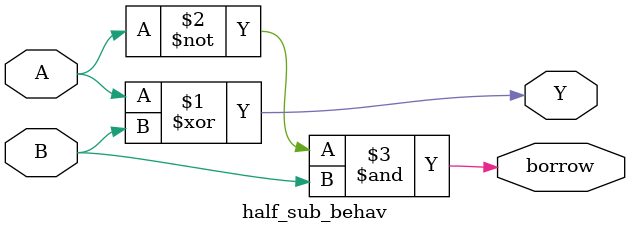
<source format=v>
`timescale 1ns / 1ps
`default_nettype none


module half_sub_behav(
    input wire A,B,
    output wire Y,borrow
    );
    
    assign Y = (A ^ B);
    assign borrow = ((~(A)) & B);
    
endmodule

</source>
